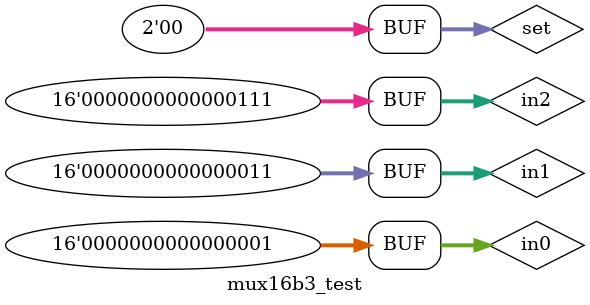
<source format=v>
`timescale 1ns / 1ps


module mux16b3_test;

	// Inputs
	reg [15:0] in0;
	reg [15:0] in1;
	reg [15:0] in2;
	reg [1:0] set;

	// Outputs
	wire [15:0] out;

	// Instantiate the Unit Under Test (UUT)
	mux16b3 uut (
		.in0(in0), 
		.in1(in1), 
		.in2(in2), 
		.out(out), 
		.set(set)
	);

	initial begin
		// Initialize Inputs
		in0 = 0;
		in1 = 0;
		in2 = 0;
		set = 0;

		// Wait 100 ns for global reset to finish
		#100;
        
		// Add stimulus here
		in0 = 1;
		in1 = 3;
		in2 = 7;
		// Testing different set signals
		
		// set = 0
		#20
		set = 1;
		#20
		set = 2;
		#20
		// Should do nothing
		set = 3;
		#20
		// End test
		set = 0;
		#20;

	end
      
endmodule


</source>
